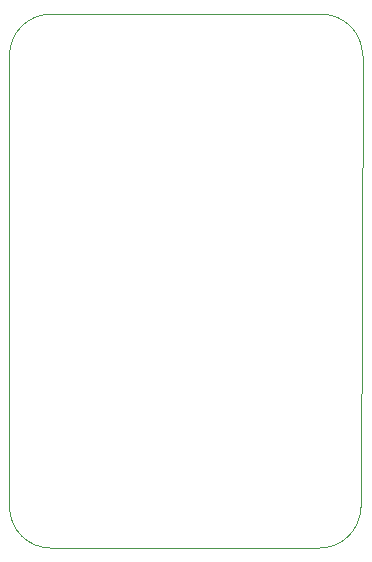
<source format=gbr>
%TF.GenerationSoftware,KiCad,Pcbnew,6.0.11-2627ca5db0~126~ubuntu22.04.1*%
%TF.CreationDate,2024-01-28T01:11:04-06:00*%
%TF.ProjectId,mp_highdriver_carrier,6d705f68-6967-4686-9472-697665725f63,rev?*%
%TF.SameCoordinates,Original*%
%TF.FileFunction,Profile,NP*%
%FSLAX46Y46*%
G04 Gerber Fmt 4.6, Leading zero omitted, Abs format (unit mm)*
G04 Created by KiCad (PCBNEW 6.0.11-2627ca5db0~126~ubuntu22.04.1) date 2024-01-28 01:11:04*
%MOMM*%
%LPD*%
G01*
G04 APERTURE LIST*
%TA.AperFunction,Profile*%
%ADD10C,0.100000*%
%TD*%
G04 APERTURE END LIST*
D10*
X136050001Y-131799999D02*
X158799999Y-131799999D01*
X132550000Y-90100000D02*
X132550001Y-128299999D01*
X158949999Y-86600001D02*
X136050000Y-86600000D01*
X162299999Y-128299999D02*
X162449999Y-90100001D01*
X162449999Y-90100001D02*
G75*
G03*
X158949999Y-86600001I-3499999J1D01*
G01*
X158799999Y-131799999D02*
G75*
G03*
X162299999Y-128299999I1J3499999D01*
G01*
X132550001Y-128299999D02*
G75*
G03*
X136050001Y-131799999I3499999J-1D01*
G01*
X136050000Y-86600000D02*
G75*
G03*
X132550000Y-90100000I0J-3500000D01*
G01*
M02*

</source>
